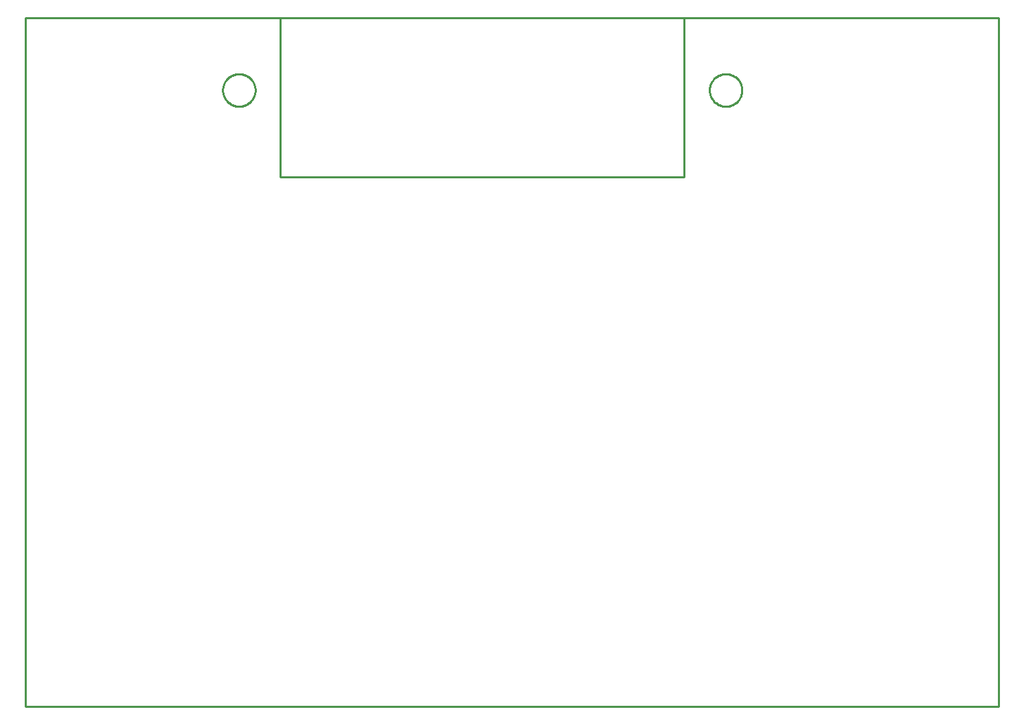
<source format=gbr>
G04 EAGLE Gerber RS-274X export*
G75*
%MOMM*%
%FSLAX34Y34*%
%LPD*%
%IN*%
%IPPOS*%
%AMOC8*
5,1,8,0,0,1.08239X$1,22.5*%
G01*
%ADD10C,0.254000*%


D10*
X0Y0D02*
X1200000Y0D01*
X1200000Y850000D01*
X0Y850000D01*
X0Y0D01*
X314325Y654050D02*
X812165Y654050D01*
X812165Y850000D01*
X314325Y850000D01*
X314325Y654050D01*
X283325Y760446D02*
X283252Y759239D01*
X283106Y758039D01*
X282888Y756850D01*
X282599Y755677D01*
X282240Y754523D01*
X281811Y753393D01*
X281315Y752291D01*
X280753Y751220D01*
X280128Y750186D01*
X279441Y749191D01*
X278696Y748240D01*
X277894Y747335D01*
X277040Y746481D01*
X276135Y745679D01*
X275184Y744934D01*
X274189Y744247D01*
X273155Y743622D01*
X272084Y743060D01*
X270982Y742564D01*
X269852Y742135D01*
X268698Y741776D01*
X267525Y741487D01*
X266336Y741269D01*
X265136Y741123D01*
X263929Y741050D01*
X262721Y741050D01*
X261514Y741123D01*
X260314Y741269D01*
X259125Y741487D01*
X257952Y741776D01*
X256798Y742135D01*
X255668Y742564D01*
X254566Y743060D01*
X253495Y743622D01*
X252461Y744247D01*
X251466Y744934D01*
X250515Y745679D01*
X249610Y746481D01*
X248756Y747335D01*
X247954Y748240D01*
X247209Y749191D01*
X246522Y750186D01*
X245897Y751220D01*
X245335Y752291D01*
X244839Y753393D01*
X244410Y754523D01*
X244051Y755677D01*
X243762Y756850D01*
X243544Y758039D01*
X243398Y759239D01*
X243325Y760446D01*
X243325Y761654D01*
X243398Y762861D01*
X243544Y764061D01*
X243762Y765250D01*
X244051Y766423D01*
X244410Y767577D01*
X244839Y768707D01*
X245335Y769809D01*
X245897Y770880D01*
X246522Y771914D01*
X247209Y772909D01*
X247954Y773860D01*
X248756Y774765D01*
X249610Y775619D01*
X250515Y776421D01*
X251466Y777166D01*
X252461Y777853D01*
X253495Y778478D01*
X254566Y779040D01*
X255668Y779536D01*
X256798Y779965D01*
X257952Y780324D01*
X259125Y780613D01*
X260314Y780831D01*
X261514Y780977D01*
X262721Y781050D01*
X263929Y781050D01*
X265136Y780977D01*
X266336Y780831D01*
X267525Y780613D01*
X268698Y780324D01*
X269852Y779965D01*
X270982Y779536D01*
X272084Y779040D01*
X273155Y778478D01*
X274189Y777853D01*
X275184Y777166D01*
X276135Y776421D01*
X277040Y775619D01*
X277894Y774765D01*
X278696Y773860D01*
X279441Y772909D01*
X280128Y771914D01*
X280753Y770880D01*
X281315Y769809D01*
X281811Y768707D01*
X282240Y767577D01*
X282599Y766423D01*
X282888Y765250D01*
X283106Y764061D01*
X283252Y762861D01*
X283325Y761654D01*
X283325Y760446D01*
X883325Y760446D02*
X883252Y759239D01*
X883106Y758039D01*
X882888Y756850D01*
X882599Y755677D01*
X882240Y754523D01*
X881811Y753393D01*
X881315Y752291D01*
X880753Y751220D01*
X880128Y750186D01*
X879441Y749191D01*
X878696Y748240D01*
X877894Y747335D01*
X877040Y746481D01*
X876135Y745679D01*
X875184Y744934D01*
X874189Y744247D01*
X873155Y743622D01*
X872084Y743060D01*
X870982Y742564D01*
X869852Y742135D01*
X868698Y741776D01*
X867525Y741487D01*
X866336Y741269D01*
X865136Y741123D01*
X863929Y741050D01*
X862721Y741050D01*
X861514Y741123D01*
X860314Y741269D01*
X859125Y741487D01*
X857952Y741776D01*
X856798Y742135D01*
X855668Y742564D01*
X854566Y743060D01*
X853495Y743622D01*
X852461Y744247D01*
X851466Y744934D01*
X850515Y745679D01*
X849610Y746481D01*
X848756Y747335D01*
X847954Y748240D01*
X847209Y749191D01*
X846522Y750186D01*
X845897Y751220D01*
X845335Y752291D01*
X844839Y753393D01*
X844410Y754523D01*
X844051Y755677D01*
X843762Y756850D01*
X843544Y758039D01*
X843398Y759239D01*
X843325Y760446D01*
X843325Y761654D01*
X843398Y762861D01*
X843544Y764061D01*
X843762Y765250D01*
X844051Y766423D01*
X844410Y767577D01*
X844839Y768707D01*
X845335Y769809D01*
X845897Y770880D01*
X846522Y771914D01*
X847209Y772909D01*
X847954Y773860D01*
X848756Y774765D01*
X849610Y775619D01*
X850515Y776421D01*
X851466Y777166D01*
X852461Y777853D01*
X853495Y778478D01*
X854566Y779040D01*
X855668Y779536D01*
X856798Y779965D01*
X857952Y780324D01*
X859125Y780613D01*
X860314Y780831D01*
X861514Y780977D01*
X862721Y781050D01*
X863929Y781050D01*
X865136Y780977D01*
X866336Y780831D01*
X867525Y780613D01*
X868698Y780324D01*
X869852Y779965D01*
X870982Y779536D01*
X872084Y779040D01*
X873155Y778478D01*
X874189Y777853D01*
X875184Y777166D01*
X876135Y776421D01*
X877040Y775619D01*
X877894Y774765D01*
X878696Y773860D01*
X879441Y772909D01*
X880128Y771914D01*
X880753Y770880D01*
X881315Y769809D01*
X881811Y768707D01*
X882240Y767577D01*
X882599Y766423D01*
X882888Y765250D01*
X883106Y764061D01*
X883252Y762861D01*
X883325Y761654D01*
X883325Y760446D01*
M02*

</source>
